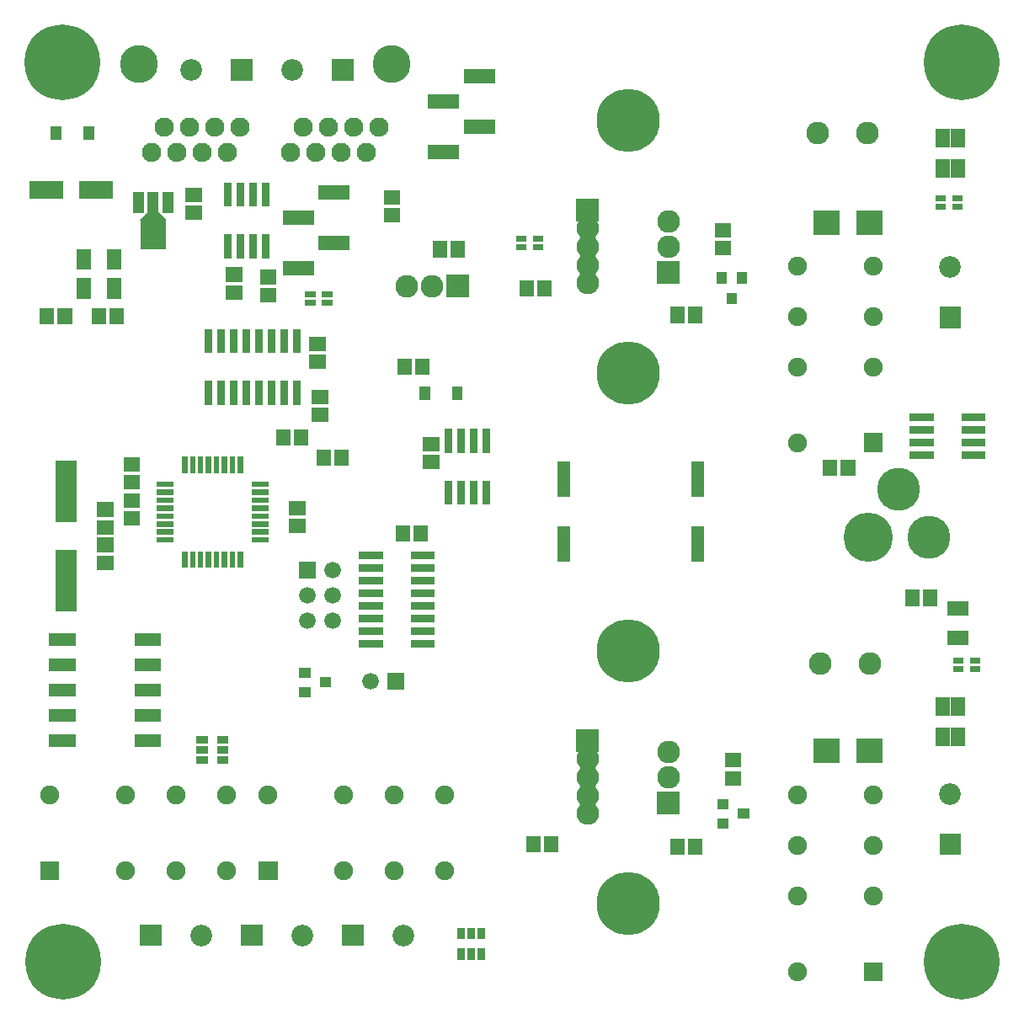
<source format=gbr>
G04 start of page 6 for group -4063 idx -4063 *
G04 Title: (unknown), componentmask *
G04 Creator: pcb 20140316 *
G04 CreationDate: Thu 11 Jun 2015 05:42:57 PM GMT UTC *
G04 For: ndholmes *
G04 Format: Gerber/RS-274X *
G04 PCB-Dimensions (mil): 3900.00 3900.00 *
G04 PCB-Coordinate-Origin: lower left *
%MOIN*%
%FSLAX25Y25*%
%LNTOPMASK*%
%ADD118R,0.0438X0.0438*%
%ADD117R,0.1005X0.1005*%
%ADD116R,0.0217X0.0217*%
%ADD115R,0.0847X0.0847*%
%ADD114R,0.0520X0.0520*%
%ADD113R,0.0690X0.0690*%
%ADD112R,0.0420X0.0420*%
%ADD111R,0.0965X0.0965*%
%ADD110R,0.0400X0.0400*%
%ADD109R,0.0490X0.0490*%
%ADD108R,0.0300X0.0300*%
%ADD107R,0.0560X0.0560*%
%ADD106R,0.0572X0.0572*%
%ADD105R,0.0227X0.0227*%
%ADD104C,0.1700*%
%ADD103C,0.1950*%
%ADD102C,0.0660*%
%ADD101C,0.2500*%
%ADD100C,0.0900*%
%ADD99C,0.0750*%
%ADD98C,0.0001*%
%ADD97C,0.0860*%
%ADD96C,0.2997*%
%ADD95C,0.1500*%
%ADD94C,0.0760*%
G54D94*X87500Y347500D03*
X82500Y337500D03*
X72500D03*
X62500D03*
X52500D03*
X77500Y347500D03*
X67500D03*
X57500D03*
G54D95*X47500Y372500D03*
G54D96*X17000Y373000D03*
G54D97*X68000Y370000D03*
G54D98*G36*
X83700Y374300D02*Y365700D01*
X92300D01*
Y374300D01*
X83700D01*
G37*
G54D96*X17500Y17000D03*
G54D98*G36*
X47700Y31800D02*Y23200D01*
X56300D01*
Y31800D01*
X47700D01*
G37*
G54D97*X72000Y27500D03*
G54D98*G36*
X8250Y56750D02*Y49250D01*
X15750D01*
Y56750D01*
X8250D01*
G37*
G54D99*X12000Y83000D03*
X42000Y53000D03*
Y83000D03*
X62000Y53000D03*
Y83000D03*
X82000Y53000D03*
Y83000D03*
G54D100*X225000Y82800D03*
Y90000D03*
Y97200D03*
X257000Y100000D03*
Y90000D03*
G54D98*G36*
X252500Y84500D02*Y75500D01*
X261500D01*
Y84500D01*
X252500D01*
G37*
G36*
X220500Y108900D02*Y99900D01*
X229500D01*
Y108900D01*
X220500D01*
G37*
G54D101*X241000Y140000D03*
G54D94*X142500Y347500D03*
X137500Y337500D03*
X132500Y347500D03*
G54D95*X147500Y372500D03*
G54D94*X127500Y337500D03*
X122500Y347500D03*
X117500Y337500D03*
X112500Y347500D03*
X107500Y337500D03*
G54D100*X153500Y284500D03*
X163500D03*
G54D98*G36*
X169000Y289000D02*Y280000D01*
X178000D01*
Y289000D01*
X169000D01*
G37*
G36*
X123700Y374300D02*Y365700D01*
X132300D01*
Y374300D01*
X123700D01*
G37*
G54D97*X108000Y370000D03*
G54D100*X225000Y75600D03*
G54D101*X241000Y40000D03*
G54D98*G36*
X87700Y31800D02*Y23200D01*
X96300D01*
Y31800D01*
X87700D01*
G37*
G54D97*X112000Y27500D03*
G54D98*G36*
X127700Y31800D02*Y23200D01*
X136300D01*
Y31800D01*
X127700D01*
G37*
G54D97*X152000Y27500D03*
G54D98*G36*
X94750Y56750D02*Y49250D01*
X102250D01*
Y56750D01*
X94750D01*
G37*
G54D99*X98500Y83000D03*
X128500Y53000D03*
Y83000D03*
X148500Y53000D03*
Y83000D03*
X168500Y53000D03*
Y83000D03*
G54D98*G36*
X145700Y131300D02*Y124700D01*
X152300D01*
Y131300D01*
X145700D01*
G37*
G54D102*X139000Y128000D03*
G54D98*G36*
X110700Y175300D02*Y168700D01*
X117300D01*
Y175300D01*
X110700D01*
G37*
G54D102*X114000Y162000D03*
Y152000D03*
X124000Y172000D03*
Y162000D03*
Y152000D03*
G54D98*G36*
X334250Y226250D02*Y218750D01*
X341750D01*
Y226250D01*
X334250D01*
G37*
G54D99*X338000Y252500D03*
Y272500D03*
Y292500D03*
X308000Y252500D03*
Y222500D03*
G54D103*X336000Y185000D03*
G54D104*X360000D03*
X348000Y204000D03*
G54D97*X368500Y83500D03*
G54D100*X336850Y135000D03*
G54D98*G36*
X364200Y67800D02*Y59200D01*
X372800D01*
Y67800D01*
X364200D01*
G37*
G54D96*X373000Y17000D03*
G54D98*G36*
X334250Y16750D02*Y9250D01*
X341750D01*
Y16750D01*
X334250D01*
G37*
G54D99*X338000Y43000D03*
Y63000D03*
G54D100*X317150Y135000D03*
G54D99*X338000Y83000D03*
X308000D03*
Y63000D03*
Y43000D03*
Y13000D03*
Y292500D03*
G54D98*G36*
X364200Y276300D02*Y267700D01*
X372800D01*
Y276300D01*
X364200D01*
G37*
G54D97*X368500Y292000D03*
G54D99*X308000Y272500D03*
G54D101*X241000Y250000D03*
G54D96*X373000Y373000D03*
G54D100*X335850Y345000D03*
X316150D03*
X225000Y285600D03*
Y292800D03*
Y300000D03*
Y307200D03*
G54D98*G36*
X220500Y318900D02*Y309900D01*
X229500D01*
Y318900D01*
X220500D01*
G37*
G54D101*X241000Y350000D03*
G54D100*X257000Y310000D03*
Y300000D03*
G54D98*G36*
X252500Y294500D02*Y285500D01*
X261500D01*
Y294500D01*
X252500D01*
G37*
G54D105*X204413Y299925D02*X206283D01*
G54D106*X200914Y283893D02*Y283107D01*
X208000Y283893D02*Y283107D01*
G54D105*X204413Y303075D02*X206283D01*
X197717D02*X199587D01*
G54D107*X178760Y367500D02*X185413D01*
X164587Y357500D02*X171240D01*
X178760Y347500D02*X185413D01*
X164587Y337500D02*X171240D01*
G54D105*X197717Y299925D02*X199587D01*
G54D106*X166457Y299393D02*Y298607D01*
X173543Y299393D02*Y298607D01*
X147107Y319543D02*X147893D01*
X147107Y312457D02*X147893D01*
G54D105*X363717Y319075D02*X365587D01*
X363717Y315925D02*X365587D01*
X370413D02*X372283D01*
X370413Y319075D02*X372283D01*
G54D106*X371450Y343700D02*Y342100D01*
X365550Y343700D02*Y342100D01*
X371450Y331900D02*Y330300D01*
X365550Y331900D02*Y330300D01*
X203414Y63893D02*Y63107D01*
X210500Y63893D02*Y63107D01*
G54D108*X175000Y20800D02*Y19200D01*
X178900Y20800D02*Y19200D01*
X182800Y20800D02*Y19200D01*
Y29000D02*Y27400D01*
X178900Y29000D02*Y27400D01*
X175000Y29000D02*Y27400D01*
G54D109*X215500Y212500D02*Y203500D01*
X268500Y212500D02*Y203500D01*
X215500Y187000D02*Y177900D01*
X268500Y187000D02*Y177900D01*
G54D106*X260414Y273393D02*Y272607D01*
X267500Y273393D02*Y272607D01*
X278107Y299457D02*X278893D01*
X278107Y306543D02*X278893D01*
G54D110*X278100Y288000D02*Y287400D01*
X285900Y288000D02*Y287400D01*
G54D111*X319142Y309500D02*X319929D01*
X336071D02*X336858D01*
G54D110*X282000Y279800D02*Y279200D01*
G54D106*X328043Y212893D02*Y212107D01*
X320957Y212893D02*Y212107D01*
X260414Y62893D02*Y62107D01*
X267500Y62893D02*Y62107D01*
X282107Y89657D02*X282893D01*
X282107Y96743D02*X282893D01*
G54D110*X278200Y79500D02*X278800D01*
X278200Y71700D02*X278800D01*
X286400Y75600D02*X287000D01*
G54D111*X319142Y100500D02*X319929D01*
X336071D02*X336858D01*
G54D105*X370717Y136075D02*X372587D01*
X370717Y132925D02*X372587D01*
X377413D02*X379283D01*
X377413Y136075D02*X379283D01*
G54D106*X370319Y145095D02*X372681D01*
X360543Y161393D02*Y160607D01*
X370319Y156905D02*X372681D01*
X353457Y161393D02*Y160607D01*
X365550Y106900D02*Y105300D01*
X371450Y106900D02*Y105300D01*
X365550Y118700D02*Y117100D01*
X371450Y118700D02*Y117100D01*
G54D108*X374500Y217500D02*X381000D01*
X374500Y222500D02*X381000D01*
X374500Y227500D02*X381000D01*
X374500Y232500D02*X381000D01*
X354000D02*X360500D01*
X354000Y227500D02*X360500D01*
X354000Y222500D02*X360500D01*
X354000Y217500D02*X360500D01*
G54D106*X162607Y214914D02*X163393D01*
X162607Y222000D02*X163393D01*
G54D108*X185000Y226500D02*Y220000D01*
X180000Y226500D02*Y220000D01*
X175000Y226500D02*Y220000D01*
X170000Y226500D02*Y220000D01*
X175000Y206000D02*Y199500D01*
X180000Y206000D02*Y199500D01*
X185000Y206000D02*Y199500D01*
X170000Y206000D02*Y199500D01*
G54D106*X151914Y186893D02*Y186107D01*
X159000Y186893D02*Y186107D01*
G54D108*X156500Y143000D02*X163000D01*
X156500Y148000D02*X163000D01*
X156500Y153000D02*X163000D01*
X156500Y158000D02*X163000D01*
X156500Y163000D02*X163000D01*
X156500Y168000D02*X163000D01*
X156500Y173000D02*X163000D01*
X156500Y178000D02*X163000D01*
G54D106*X37405Y284681D02*Y282319D01*
Y296181D02*Y293819D01*
X25595Y284681D02*Y282319D01*
Y296181D02*Y293819D01*
G54D112*X27500Y345600D02*Y344400D01*
X14600Y345600D02*Y344400D01*
G54D106*X31457Y272893D02*Y272107D01*
X38543Y272893D02*Y272107D01*
X10957Y272893D02*Y272107D01*
X18043Y272893D02*Y272107D01*
G54D113*X7508Y322500D02*X13807D01*
X27193D02*X33492D01*
G54D114*X14450Y144500D02*X19650D01*
X14450Y134500D02*X19650D01*
X14450Y124500D02*X19650D01*
X14450Y114500D02*X19650D01*
X14450Y104500D02*X19650D01*
G54D115*X18500Y175657D02*Y159909D01*
G54D106*X44107Y192500D02*X44893D01*
X44107Y199586D02*X44893D01*
G54D115*X18500Y211091D02*Y195343D01*
G54D106*X44107Y206914D02*X44893D01*
X44107Y214000D02*X44893D01*
X33607Y188957D02*X34393D01*
X33607Y196043D02*X34393D01*
X33607Y182043D02*X34393D01*
X33607Y174957D02*X34393D01*
G54D114*X48350Y144500D02*X53550D01*
X48350Y134500D02*X53550D01*
X48350Y124500D02*X53550D01*
X48350Y114500D02*X53550D01*
X48350Y104500D02*X53550D01*
G54D108*X79700Y97000D02*X81300D01*
X79700Y100900D02*X81300D01*
X79700Y104800D02*X81300D01*
X71500D02*X73100D01*
X71500Y100900D02*X73100D01*
X71500Y97000D02*X73100D01*
G54D116*X81224Y215992D02*Y211566D01*
X78075Y215992D02*Y211566D01*
X74925Y215992D02*Y211566D01*
X71775Y215992D02*Y211566D01*
X68626Y215992D02*Y211566D01*
X65476Y215992D02*Y211566D01*
G54D106*X84607Y289043D02*X85393D01*
X84607Y281957D02*X85393D01*
X98107Y280957D02*X98893D01*
G54D98*G36*
X47851Y310665D02*X51115Y313929D01*
X52959Y312085D01*
X49695Y308821D01*
X47851Y310665D01*
G37*
G54D106*X98107Y288043D02*X98893D01*
G54D108*X82500Y303500D02*Y297000D01*
X87500Y303500D02*Y297000D01*
X92500Y303500D02*Y297000D01*
X97500Y303500D02*Y297000D01*
G54D105*X114217Y281075D02*X116087D01*
X114217Y277925D02*X116087D01*
X120913D02*X122783D01*
X120913Y281075D02*X122783D01*
G54D117*X53000Y305940D02*Y304050D01*
G54D106*X68607Y313457D02*X69393D01*
X68607Y320543D02*X69393D01*
G54D118*X58906Y319484D02*Y315390D01*
X53000Y319484D02*Y307674D01*
G54D98*G36*
X54885Y313929D02*X58149Y310665D01*
X56305Y308821D01*
X53041Y312085D01*
X54885Y313929D01*
G37*
G54D118*X47094Y319484D02*Y315390D01*
G54D107*X107087Y291500D02*X113740D01*
X121260Y301500D02*X127913D01*
X107087Y311500D02*X113740D01*
X121260Y321500D02*X127913D01*
G54D108*X97500Y324000D02*Y317500D01*
X92500Y324000D02*Y317500D01*
X87500Y324000D02*Y317500D01*
X82500Y324000D02*Y317500D01*
G54D112*X160500Y242600D02*Y241400D01*
X173400Y242600D02*Y241400D01*
G54D106*X152457Y252893D02*Y252107D01*
X159543Y252893D02*Y252107D01*
X118607Y233457D02*X119393D01*
X120457Y216893D02*Y216107D01*
X127543Y216893D02*Y216107D01*
X104457Y224893D02*Y224107D01*
X111543Y224893D02*Y224107D01*
X109607Y189457D02*X110393D01*
X109607Y196543D02*X110393D01*
G54D108*X136000Y178000D02*X142500D01*
X136000Y173000D02*X142500D01*
X136000Y168000D02*X142500D01*
X136000Y163000D02*X142500D01*
X136000Y158000D02*X142500D01*
X136000Y153000D02*X142500D01*
X136000Y148000D02*X142500D01*
X136000Y143000D02*X142500D01*
G54D110*X112700Y131500D02*X113300D01*
X112700Y123700D02*X113300D01*
X120900Y127600D02*X121500D01*
G54D116*X55508Y206023D02*X59934D01*
X55508Y202874D02*X59934D01*
X55508Y199724D02*X59934D01*
X55508Y196575D02*X59934D01*
X55508Y193425D02*X59934D01*
X55508Y190275D02*X59934D01*
X55508Y187126D02*X59934D01*
X55508Y183976D02*X59934D01*
X65477Y178434D02*Y174008D01*
X68626Y178434D02*Y174008D01*
X71776Y178434D02*Y174008D01*
X74925Y178434D02*Y174008D01*
X78075Y178434D02*Y174008D01*
X81225Y178434D02*Y174008D01*
X84374Y178434D02*Y174008D01*
X87524Y178434D02*Y174008D01*
X93066Y183977D02*X97492D01*
X93066Y187126D02*X97492D01*
X93066Y190276D02*X97492D01*
X93066Y193425D02*X97492D01*
X93066Y196575D02*X97492D01*
X93066Y199725D02*X97492D01*
X93066Y202874D02*X97492D01*
X93066Y206024D02*X97492D01*
X87523Y215992D02*Y211566D01*
X84374Y215992D02*Y211566D01*
G54D108*X110000Y266000D02*Y259500D01*
X105000Y266000D02*Y259500D01*
X100000Y266000D02*Y259500D01*
G54D106*X117607Y261543D02*X118393D01*
G54D108*X95000Y266000D02*Y259500D01*
Y245500D02*Y239000D01*
X90000Y266000D02*Y259500D01*
Y245500D02*Y239000D01*
X85000Y266000D02*Y259500D01*
Y245500D02*Y239000D01*
X80000Y266000D02*Y259500D01*
X75000Y266000D02*Y259500D01*
Y245500D02*Y239000D01*
X80000Y245500D02*Y239000D01*
X100000Y245500D02*Y239000D01*
X105000Y245500D02*Y239000D01*
X110000Y245500D02*Y239000D01*
G54D106*X118607Y240543D02*X119393D01*
X117607Y254457D02*X118393D01*
M02*

</source>
